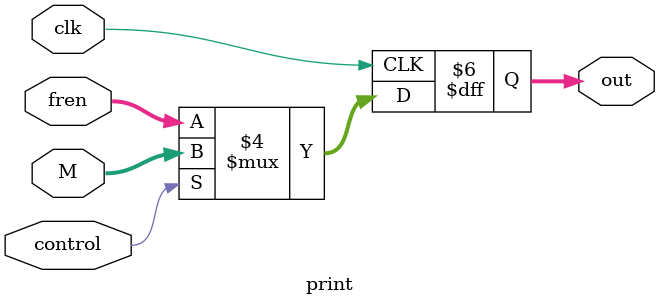
<source format=v>
/******************************************************************************************
Author:  熊康
E-mail： 1390000666@qq.com
Device:  DSE-EP2C5
Tool:    Quartus 9.0
Function:输出控制器(用于控制输出频率控制字和输出频率)
Version: 2022-3-24 v1.0
********************************************************************************************/
module print(clk,M,fren,control,out);
input [19:0] M;
input [19:0] fren;
input clk,control;
output reg [19:0] out;

always @(posedge clk) begin
    if(control==1)
        out[19:0] <= M[19:0];
    else
        out[19:0] <= fren[19:0];
end

endmodule

</source>
